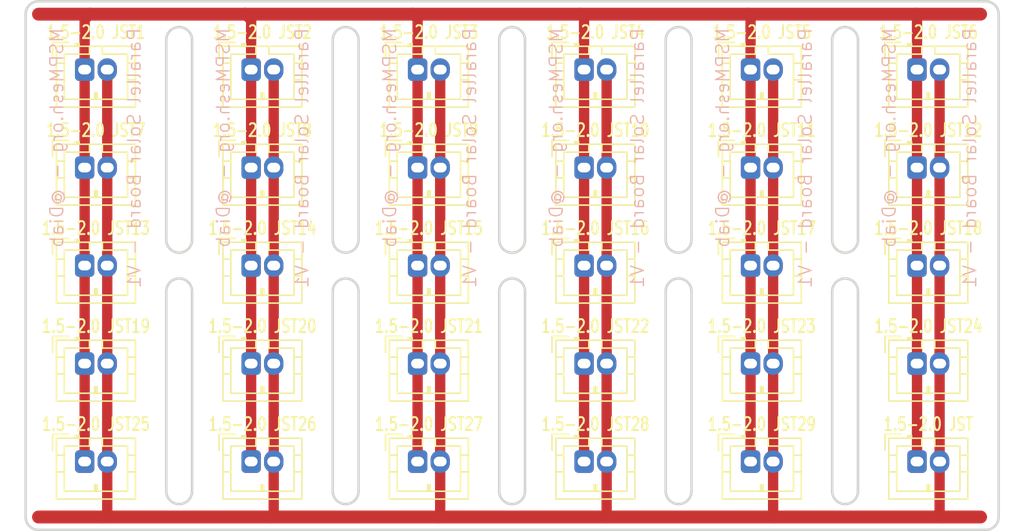
<source format=kicad_pcb>
(kicad_pcb (version 20241229) (generator "pcbnew") (generator_version "9.0")
  (title_block (title "JST Board PCB") (date "2025-08-25") (rev "0"))
  (layers (0 "F.Cu" signal) (2 "B.Cu" signal) (13 "F.Paste" user) (15 "B.Paste" user) (5 "F.SilkS" user "F.Silkscreen") (7 "B.SilkS" user "B.Silkscreen") (1 "F.Mask" user) (3 "B.Mask" user) (25 "Edge.Cuts" user))
  (net 0 "")
  (net 1 "Net-(J1-Pin_1)")
  (net 2 "Net-(J1-Pin_2)")
  (footprint "Custom:JST_Custom_Cursed" (layer "F.Cu") (at 27.8 2)
    (property "Reference" "1.5-2.0 JST3" (at 3.45 0.4 0) (layer "F.SilkS") (effects (font (size 1 0.75))))
    (property "Value" "JST_Custom_Cursed")
    (pad "1" thru_hole roundrect (at 2.575 3.3) (size 1.5 1.75) (drill oval 1 0.75) (layers "*.Cu" "*.Mask") (roundrect_rratio 0.208333) (net 1 "Net-(J1-Pin_1)"))
    (pad "2" thru_hole oval (at 4.325 3.3) (size 1.5 1.75) (drill oval 1 0.75) (layers "*.Cu" "*.Mask"))
  )
  (footprint "Custom:JST_Custom_Cursed" (layer "F.Cu") (at 14.9 2)
    (property "Reference" "1.5-2.0 JST2" (at 3.45 0.4 0) (layer "F.SilkS") (effects (font (size 1 0.75))))
    (property "Value" "JST_Custom_Cursed")
    (pad "1" thru_hole roundrect (at 2.575 3.3) (size 1.5 1.75) (drill oval 1 0.75) (layers "*.Cu" "*.Mask") (roundrect_rratio 0.208333) (net 1 "Net-(J1-Pin_1)"))
    (pad "2" thru_hole oval (at 4.325 3.3) (size 1.5 1.75) (drill oval 1 0.75) (layers "*.Cu" "*.Mask"))
  )
  (footprint "Custom:JST_Custom_Cursed" (layer "F.Cu") (at 40.7 2)
    (property "Reference" "1.5-2.0 JST4" (at 3.45 0.4 0) (layer "F.SilkS") (effects (font (size 1 0.75))))
    (property "Value" "JST_Custom_Cursed")
    (pad "1" thru_hole roundrect (at 2.575 3.3) (size 1.5 1.75) (drill oval 1 0.75) (layers "*.Cu" "*.Mask") (roundrect_rratio 0.208333) (net 1 "Net-(J1-Pin_1)"))
    (pad "2" thru_hole oval (at 4.325 3.3) (size 1.5 1.75) (drill oval 1 0.75) (layers "*.Cu" "*.Mask"))
  )
  (footprint "Custom:JST_Custom_Cursed" (layer "F.Cu") (at 40.7 32.4)
    (property "Reference" "1.5-2.0 JST28" (at 3.45 0.4 0) (layer "F.SilkS") (effects (font (size 1 0.75))))
    (property "Value" "JST_Custom_Cursed")
    (pad "1" thru_hole roundrect (at 2.575 3.3) (size 1.5 1.75) (drill oval 1 0.75) (layers "*.Cu" "*.Mask") (roundrect_rratio 0.208333))
    (pad "2" thru_hole oval (at 4.325 3.3) (size 1.5 1.75) (drill oval 1 0.75) (layers "*.Cu" "*.Mask") (net 2 "Net-(J1-Pin_2)"))
  )
  (footprint "Custom:JST_Custom_Cursed" (layer "F.Cu") (at 27.8 24.8)
    (property "Reference" "1.5-2.0 JST21" (at 3.45 0.4 0) (layer "F.SilkS") (effects (font (size 1 0.75))))
    (property "Value" "JST_Custom_Cursed")
    (pad "1" thru_hole roundrect (at 2.575 3.3) (size 1.5 1.75) (drill oval 1 0.75) (layers "*.Cu" "*.Mask") (roundrect_rratio 0.208333))
    (pad "2" thru_hole oval (at 4.325 3.3) (size 1.5 1.75) (drill oval 1 0.75) (layers "*.Cu" "*.Mask"))
  )
  (footprint "Custom:JST_Custom_Cursed" (layer "F.Cu") (at 27.8 32.4)
    (property "Reference" "1.5-2.0 JST27" (at 3.45 0.4 0) (layer "F.SilkS") (effects (font (size 1 0.75))))
    (property "Value" "JST_Custom_Cursed")
    (pad "1" thru_hole roundrect (at 2.575 3.3) (size 1.5 1.75) (drill oval 1 0.75) (layers "*.Cu" "*.Mask") (roundrect_rratio 0.208333))
    (pad "2" thru_hole oval (at 4.325 3.3) (size 1.5 1.75) (drill oval 1 0.75) (layers "*.Cu" "*.Mask") (net 2 "Net-(J1-Pin_2)"))
  )
  (footprint "Custom:JST_Custom_Cursed" (layer "F.Cu") (at 2 9.6)
    (property "Reference" "1.5-2.0 JST7" (at 3.45 0.4 0) (layer "F.SilkS") (effects (font (size 1 0.75))))
    (property "Value" "JST_Custom_Cursed")
    (pad "1" thru_hole roundrect (at 2.575 3.3) (size 1.5 1.75) (drill oval 1 0.75) (layers "*.Cu" "*.Mask") (roundrect_rratio 0.208333))
    (pad "2" thru_hole oval (at 4.325 3.3) (size 1.5 1.75) (drill oval 1 0.75) (layers "*.Cu" "*.Mask"))
  )
  (footprint "Custom:JST_Custom_Cursed" (layer "F.Cu") (at 53.6 17.2)
    (property "Reference" "1.5-2.0 JST17" (at 3.45 0.4 0) (layer "F.SilkS") (effects (font (size 1 0.75))))
    (property "Value" "JST_Custom_Cursed")
    (pad "1" thru_hole roundrect (at 2.575 3.3) (size 1.5 1.75) (drill oval 1 0.75) (layers "*.Cu" "*.Mask") (roundrect_rratio 0.208333))
    (pad "2" thru_hole oval (at 4.325 3.3) (size 1.5 1.75) (drill oval 1 0.75) (layers "*.Cu" "*.Mask"))
  )
  (footprint "Custom:JST_Custom_Cursed" (layer "F.Cu") (at 53.6 32.4)
    (property "Reference" "1.5-2.0 JST29" (at 3.45 0.4 0) (layer "F.SilkS") (effects (font (size 1 0.75))))
    (property "Value" "JST_Custom_Cursed")
    (pad "1" thru_hole roundrect (at 2.575 3.3) (size 1.5 1.75) (drill oval 1 0.75) (layers "*.Cu" "*.Mask") (roundrect_rratio 0.208333))
    (pad "2" thru_hole oval (at 4.325 3.3) (size 1.5 1.75) (drill oval 1 0.75) (layers "*.Cu" "*.Mask") (net 2 "Net-(J1-Pin_2)"))
  )
  (footprint "Custom:JST_Custom_Cursed" (layer "F.Cu") (at 2 32.4)
    (property "Reference" "1.5-2.0 JST25" (at 3.45 0.4 0) (layer "F.SilkS") (effects (font (size 1 0.75))))
    (property "Value" "JST_Custom_Cursed")
    (pad "1" thru_hole roundrect (at 2.575 3.3) (size 1.5 1.75) (drill oval 1 0.75) (layers "*.Cu" "*.Mask") (roundrect_rratio 0.208333))
    (pad "2" thru_hole oval (at 4.325 3.3) (size 1.5 1.75) (drill oval 1 0.75) (layers "*.Cu" "*.Mask") (net 2 "Net-(J1-Pin_2)"))
  )
  (footprint "Custom:JST_Custom_Cursed" (layer "F.Cu") (at 66.5 2)
    (property "Reference" "1.5-2.0 JST6" (at 3.45 0.4 0) (layer "F.SilkS") (effects (font (size 1 0.75))))
    (property "Value" "JST_Custom_Cursed")
    (pad "1" thru_hole roundrect (at 2.575 3.3) (size 1.5 1.75) (drill oval 1 0.75) (layers "*.Cu" "*.Mask") (roundrect_rratio 0.208333) (net 1 "Net-(J1-Pin_1)"))
    (pad "2" thru_hole oval (at 4.325 3.3) (size 1.5 1.75) (drill oval 1 0.75) (layers "*.Cu" "*.Mask"))
  )
  (footprint "Custom:JST_Custom_Cursed" (layer "F.Cu") (at 40.7 17.2)
    (property "Reference" "1.5-2.0 JST16" (at 3.45 0.4 0) (layer "F.SilkS") (effects (font (size 1 0.75))))
    (property "Value" "JST_Custom_Cursed")
    (pad "1" thru_hole roundrect (at 2.575 3.3) (size 1.5 1.75) (drill oval 1 0.75) (layers "*.Cu" "*.Mask") (roundrect_rratio 0.208333))
    (pad "2" thru_hole oval (at 4.325 3.3) (size 1.5 1.75) (drill oval 1 0.75) (layers "*.Cu" "*.Mask"))
  )
  (footprint "Custom:JST_Custom_Cursed" (layer "F.Cu") (at 40.7 24.8)
    (property "Reference" "1.5-2.0 JST22" (at 3.45 0.4 0) (layer "F.SilkS") (effects (font (size 1 0.75))))
    (property "Value" "JST_Custom_Cursed")
    (pad "1" thru_hole roundrect (at 2.575 3.3) (size 1.5 1.75) (drill oval 1 0.75) (layers "*.Cu" "*.Mask") (roundrect_rratio 0.208333))
    (pad "2" thru_hole oval (at 4.325 3.3) (size 1.5 1.75) (drill oval 1 0.75) (layers "*.Cu" "*.Mask"))
  )
  (footprint "Custom:JST_Custom_Cursed" (layer "F.Cu") (at 14.9 17.2)
    (property "Reference" "1.5-2.0 JST14" (at 3.45 0.4 0) (layer "F.SilkS") (effects (font (size 1 0.75))))
    (property "Value" "JST_Custom_Cursed")
    (pad "1" thru_hole roundrect (at 2.575 3.3) (size 1.5 1.75) (drill oval 1 0.75) (layers "*.Cu" "*.Mask") (roundrect_rratio 0.208333))
    (pad "2" thru_hole oval (at 4.325 3.3) (size 1.5 1.75) (drill oval 1 0.75) (layers "*.Cu" "*.Mask"))
  )
  (footprint "Custom:JST_Custom_Cursed" (layer "F.Cu") (at 53.6 2)
    (property "Reference" "1.5-2.0 JST5" (at 3.45 0.4 0) (layer "F.SilkS") (effects (font (size 1 0.75))))
    (property "Value" "JST_Custom_Cursed")
    (pad "1" thru_hole roundrect (at 2.575 3.3) (size 1.5 1.75) (drill oval 1 0.75) (layers "*.Cu" "*.Mask") (roundrect_rratio 0.208333) (net 1 "Net-(J1-Pin_1)"))
    (pad "2" thru_hole oval (at 4.325 3.3) (size 1.5 1.75) (drill oval 1 0.75) (layers "*.Cu" "*.Mask"))
  )
  (footprint "Custom:JST_Custom_Cursed" (layer "F.Cu") (at 66.5 24.8)
    (property "Reference" "1.5-2.0 JST24" (at 3.45 0.4 0) (layer "F.SilkS") (effects (font (size 1 0.75))))
    (property "Value" "JST_Custom_Cursed")
    (pad "1" thru_hole roundrect (at 2.575 3.3) (size 1.5 1.75) (drill oval 1 0.75) (layers "*.Cu" "*.Mask") (roundrect_rratio 0.208333))
    (pad "2" thru_hole oval (at 4.325 3.3) (size 1.5 1.75) (drill oval 1 0.75) (layers "*.Cu" "*.Mask"))
  )
  (footprint "Custom:JST_Custom_Cursed" (layer "F.Cu") (at 2 2)
    (property "Reference" "1.5-2.0 JST1" (at 3.45 0.4 0) (layer "F.SilkS") (effects (font (size 1 0.75))))
    (property "Value" "JST_Custom_Cursed")
    (pad "1" thru_hole roundrect (at 2.575 3.3) (size 1.5 1.75) (drill oval 1 0.75) (layers "*.Cu" "*.Mask") (roundrect_rratio 0.208333) (net 1 "Net-(J1-Pin_1)"))
    (pad "2" thru_hole oval (at 4.325 3.3) (size 1.5 1.75) (drill oval 1 0.75) (layers "*.Cu" "*.Mask"))
  )
  (footprint "Custom:JST_Custom_Cursed" (layer "F.Cu") (at 40.7 9.6)
    (property "Reference" "1.5-2.0 JST10" (at 3.45 0.4 0) (layer "F.SilkS") (effects (font (size 1 0.75))))
    (property "Value" "JST_Custom_Cursed")
    (pad "1" thru_hole roundrect (at 2.575 3.3) (size 1.5 1.75) (drill oval 1 0.75) (layers "*.Cu" "*.Mask") (roundrect_rratio 0.208333))
    (pad "2" thru_hole oval (at 4.325 3.3) (size 1.5 1.75) (drill oval 1 0.75) (layers "*.Cu" "*.Mask"))
  )
  (footprint "Custom:JST_Custom_Cursed" (layer "F.Cu") (at 14.9 24.8)
    (property "Reference" "1.5-2.0 JST20" (at 3.45 0.4 0) (layer "F.SilkS") (effects (font (size 1 0.75))))
    (property "Value" "JST_Custom_Cursed")
    (pad "1" thru_hole roundrect (at 2.575 3.3) (size 1.5 1.75) (drill oval 1 0.75) (layers "*.Cu" "*.Mask") (roundrect_rratio 0.208333))
    (pad "2" thru_hole oval (at 4.325 3.3) (size 1.5 1.75) (drill oval 1 0.75) (layers "*.Cu" "*.Mask"))
  )
  (footprint "Custom:JST_Custom_Cursed" (layer "F.Cu") (at 53.6 24.8)
    (property "Reference" "1.5-2.0 JST23" (at 3.45 0.4 0) (layer "F.SilkS") (effects (font (size 1 0.75))))
    (property "Value" "JST_Custom_Cursed")
    (pad "1" thru_hole roundrect (at 2.575 3.3) (size 1.5 1.75) (drill oval 1 0.75) (layers "*.Cu" "*.Mask") (roundrect_rratio 0.208333))
    (pad "2" thru_hole oval (at 4.325 3.3) (size 1.5 1.75) (drill oval 1 0.75) (layers "*.Cu" "*.Mask"))
  )
  (footprint "Custom:JST_Custom_Cursed" (layer "F.Cu") (at 66.5 17.2)
    (property "Reference" "1.5-2.0 JST18" (at 3.45 0.4 0) (layer "F.SilkS") (effects (font (size 1 0.75))))
    (property "Value" "JST_Custom_Cursed")
    (pad "1" thru_hole roundrect (at 2.575 3.3) (size 1.5 1.75) (drill oval 1 0.75) (layers "*.Cu" "*.Mask") (roundrect_rratio 0.208333))
    (pad "2" thru_hole oval (at 4.325 3.3) (size 1.5 1.75) (drill oval 1 0.75) (layers "*.Cu" "*.Mask"))
  )
  (footprint "Custom:JST_Custom_Cursed" (layer "F.Cu") (at 2 17.2)
    (property "Reference" "1.5-2.0 JST13" (at 3.45 0.4 0) (layer "F.SilkS") (effects (font (size 1 0.75))))
    (property "Value" "JST_Custom_Cursed")
    (pad "1" thru_hole roundrect (at 2.575 3.3) (size 1.5 1.75) (drill oval 1 0.75) (layers "*.Cu" "*.Mask") (roundrect_rratio 0.208333))
    (pad "2" thru_hole oval (at 4.325 3.3) (size 1.5 1.75) (drill oval 1 0.75) (layers "*.Cu" "*.Mask"))
  )
  (footprint "Custom:JST_Custom_Cursed" (layer "F.Cu") (at 14.9 9.6)
    (property "Reference" "1.5-2.0 JST8" (at 3.45 0.4 0) (layer "F.SilkS") (effects (font (size 1 0.75))))
    (property "Value" "JST_Custom_Cursed")
    (pad "1" thru_hole roundrect (at 2.575 3.3) (size 1.5 1.75) (drill oval 1 0.75) (layers "*.Cu" "*.Mask") (roundrect_rratio 0.208333))
    (pad "2" thru_hole oval (at 4.325 3.3) (size 1.5 1.75) (drill oval 1 0.75) (layers "*.Cu" "*.Mask"))
  )
  (footprint "Custom:JST_Custom_Cursed" (layer "F.Cu") (at 66.5 32.4)
    (property "Reference" "1.5-2.0 JST" (at 3.45 0.4 0) (layer "F.SilkS") (effects (font (size 1 0.75))))
    (property "Value" "JST_Custom_Cursed")
    (pad "1" thru_hole roundrect (at 2.575 3.3) (size 1.5 1.75) (drill oval 1 0.75) (layers "*.Cu" "*.Mask") (roundrect_rratio 0.208333))
    (pad "2" thru_hole oval (at 4.325 3.3) (size 1.5 1.75) (drill oval 1 0.75) (layers "*.Cu" "*.Mask") (net 2 "Net-(J1-Pin_2)"))
  )
  (footprint "Custom:JST_Custom_Cursed" (layer "F.Cu") (at 27.8 9.6)
    (property "Reference" "1.5-2.0 JST9" (at 3.45 0.4 0) (layer "F.SilkS") (effects (font (size 1 0.75))))
    (property "Value" "JST_Custom_Cursed")
    (pad "1" thru_hole roundrect (at 2.575 3.3) (size 1.5 1.75) (drill oval 1 0.75) (layers "*.Cu" "*.Mask") (roundrect_rratio 0.208333))
    (pad "2" thru_hole oval (at 4.325 3.3) (size 1.5 1.75) (drill oval 1 0.75) (layers "*.Cu" "*.Mask"))
  )
  (footprint "Custom:JST_Custom_Cursed" (layer "F.Cu") (at 27.8 17.2)
    (property "Reference" "1.5-2.0 JST15" (at 3.45 0.4 0) (layer "F.SilkS") (effects (font (size 1 0.75))))
    (property "Value" "JST_Custom_Cursed")
    (pad "1" thru_hole roundrect (at 2.575 3.3) (size 1.5 1.75) (drill oval 1 0.75) (layers "*.Cu" "*.Mask") (roundrect_rratio 0.208333))
    (pad "2" thru_hole oval (at 4.325 3.3) (size 1.5 1.75) (drill oval 1 0.75) (layers "*.Cu" "*.Mask"))
  )
  (footprint "Custom:JST_Custom_Cursed" (layer "F.Cu") (at 53.6 9.6)
    (property "Reference" "1.5-2.0 JST11" (at 3.45 0.4 0) (layer "F.SilkS") (effects (font (size 1 0.75))))
    (property "Value" "JST_Custom_Cursed")
    (pad "1" thru_hole roundrect (at 2.575 3.3) (size 1.5 1.75) (drill oval 1 0.75) (layers "*.Cu" "*.Mask") (roundrect_rratio 0.208333))
    (pad "2" thru_hole oval (at 4.325 3.3) (size 1.5 1.75) (drill oval 1 0.75) (layers "*.Cu" "*.Mask"))
  )
  (footprint "Custom:JST_Custom_Cursed" (layer "F.Cu") (at 2 24.8)
    (property "Reference" "1.5-2.0 JST19" (at 3.45 0.4 0) (layer "F.SilkS") (effects (font (size 1 0.75))))
    (property "Value" "JST_Custom_Cursed")
    (pad "1" thru_hole roundrect (at 2.575 3.3) (size 1.5 1.75) (drill oval 1 0.75) (layers "*.Cu" "*.Mask") (roundrect_rratio 0.208333))
    (pad "2" thru_hole oval (at 4.325 3.3) (size 1.5 1.75) (drill oval 1 0.75) (layers "*.Cu" "*.Mask"))
  )
  (footprint "Custom:JST_Custom_Cursed" (layer "F.Cu") (at 66.5 9.6)
    (property "Reference" "1.5-2.0 JST12" (at 3.45 0.4 0) (layer "F.SilkS") (effects (font (size 1 0.75))))
    (property "Value" "JST_Custom_Cursed")
    (pad "1" thru_hole roundrect (at 2.575 3.3) (size 1.5 1.75) (drill oval 1 0.75) (layers "*.Cu" "*.Mask") (roundrect_rratio 0.208333))
    (pad "2" thru_hole oval (at 4.325 3.3) (size 1.5 1.75) (drill oval 1 0.75) (layers "*.Cu" "*.Mask"))
  )
  (footprint "Custom:JST_Custom_Cursed" (layer "F.Cu") (at 14.9 32.4)
    (property "Reference" "1.5-2.0 JST26" (at 3.45 0.4 0) (layer "F.SilkS") (effects (font (size 1 0.75))))
    (property "Value" "JST_Custom_Cursed")
    (pad "1" thru_hole roundrect (at 2.575 3.3) (size 1.5 1.75) (drill oval 1 0.75) (layers "*.Cu" "*.Mask") (roundrect_rratio 0.208333))
    (pad "2" thru_hole oval (at 4.325 3.3) (size 1.5 1.75) (drill oval 1 0.75) (layers "*.Cu" "*.Mask") (net 2 "Net-(J1-Pin_2)"))
  )
  (gr_arc (start 49.6 3.000001) (mid 50.6 2.000001) (end 51.6 3.000001) (stroke (width 0.2)) (layer "Edge.Cuts"))
  (gr_line (start 38.7 38.000001) (end 38.7 22.500001) (stroke (width 0.2)) (layer "Edge.Cuts"))
  (gr_line (start 12.9 38.000001) (end 12.9 22.500001) (stroke (width 0.2)) (layer "Edge.Cuts"))
  (gr_arc (start 25.8 18.500001) (mid 24.8 19.500001) (end 23.8 18.500001) (stroke (width 0.2)) (layer "Edge.Cuts"))
  (gr_arc (start 62.5 22.500001) (mid 63.5 21.500001) (end 64.5 22.500001) (stroke (width 0.2)) (layer "Edge.Cuts"))
  (gr_arc (start 64.5 38.000001) (mid 63.5 39.000001) (end 62.5 38.000001) (stroke (width 0.2)) (layer "Edge.Cuts"))
  (gr_arc (start 12.9 18.500001) (mid 11.9 19.500001) (end 10.9 18.500001) (stroke (width 0.2)) (layer "Edge.Cuts"))
  (gr_line (start 10.9 3.000001) (end 10.9 18.500001) (stroke (width 0.2)) (layer "Edge.Cuts"))
  (gr_line (start 64.5 18.500001) (end 64.5 3.000001) (stroke (width 0.2)) (layer "Edge.Cuts"))
  (gr_line (start 12.9 18.500001) (end 12.9 3.000001) (stroke (width 0.2)) (layer "Edge.Cuts"))
  (gr_line (start 36.7 22.500001) (end 36.7 38.000001) (stroke (width 0.2)) (layer "Edge.Cuts"))
  (gr_line (start 49.6 22.500001) (end 49.6 38.000001) (stroke (width 0.2)) (layer "Edge.Cuts"))
  (gr_arc (start 51.6 18.500001) (mid 50.6 19.500001) (end 49.6 18.500001) (stroke (width 0.2)) (layer "Edge.Cuts"))
  (gr_arc (start 0.999999 41.000001) (mid 0.292893 40.707108) (end 0 40.000003) (stroke (width 0.2)) (layer "Edge.Cuts"))
  (gr_arc (start 64.5 18.500001) (mid 63.5 19.500001) (end 62.5 18.500001) (stroke (width 0.2)) (layer "Edge.Cuts"))
  (gr_line (start 0.999999 41.000001) (end 74.4 41.000001) (stroke (width 0.2)) (layer "Edge.Cuts"))
  (gr_arc (start 49.6 22.500001) (mid 50.6 21.500001) (end 51.6 22.500001) (stroke (width 0.2)) (layer "Edge.Cuts"))
  (gr_line (start 0 1) (end 0 40.000003) (stroke (width 0.2)) (layer "Edge.Cuts"))
  (gr_arc (start 75.4 40.000001) (mid 75.107107 40.707108) (end 74.4 41.000001) (stroke (width 0.2)) (layer "Edge.Cuts"))
  (gr_arc (start 10.9 22.500001) (mid 11.9 21.500001) (end 12.9 22.500001) (stroke (width 0.2)) (layer "Edge.Cuts"))
  (gr_line (start 74.4 0.000001) (end 0.999999 0.000001) (stroke (width 0.2)) (layer "Edge.Cuts"))
  (gr_arc (start 36.7 22.500001) (mid 37.7 21.500001) (end 38.7 22.500001) (stroke (width 0.2)) (layer "Edge.Cuts"))
  (gr_arc (start 10.9 3.000001) (mid 11.9 2.000001) (end 12.9 3.000001) (stroke (width 0.2)) (layer "Edge.Cuts"))
  (gr_arc (start 0 1) (mid 0.292893 0.292894) (end 0.999999 0.000001) (stroke (width 0.2)) (layer "Edge.Cuts"))
  (gr_line (start 64.5 38.000001) (end 64.5 22.500001) (stroke (width 0.2)) (layer "Edge.Cuts"))
  (gr_arc (start 62.5 3.000001) (mid 63.5 2.000001) (end 64.5 3.000001) (stroke (width 0.2)) (layer "Edge.Cuts"))
  (gr_line (start 10.9 22.500001) (end 10.9 38.000001) (stroke (width 0.2)) (layer "Edge.Cuts"))
  (gr_line (start 23.8 22.500001) (end 23.8 38.000001) (stroke (width 0.2)) (layer "Edge.Cuts"))
  (gr_arc (start 38.7 38.000001) (mid 37.7 39.000001) (end 36.7 38.000001) (stroke (width 0.2)) (layer "Edge.Cuts"))
  (gr_line (start 23.8 3.000001) (end 23.8 18.500001) (stroke (width 0.2)) (layer "Edge.Cuts"))
  (gr_arc (start 51.6 38.000001) (mid 50.6 39.000001) (end 49.6 38.000001) (stroke (width 0.2)) (layer "Edge.Cuts"))
  (gr_arc (start 25.8 38.000001) (mid 24.8 39.000001) (end 23.8 38.000001) (stroke (width 0.2)) (layer "Edge.Cuts"))
  (gr_line (start 62.5 22.500001) (end 62.5 38.000001) (stroke (width 0.2)) (layer "Edge.Cuts"))
  (gr_line (start 62.5 3.000001) (end 62.5 18.500001) (stroke (width 0.2)) (layer "Edge.Cuts"))
  (gr_line (start 49.6 3.000001) (end 49.6 18.500001) (stroke (width 0.2)) (layer "Edge.Cuts"))
  (gr_line (start 25.8 18.500001) (end 25.8 3.000001) (stroke (width 0.2)) (layer "Edge.Cuts"))
  (gr_line (start 36.7 3.000001) (end 36.7 18.500001) (stroke (width 0.2)) (layer "Edge.Cuts"))
  (gr_line (start 38.7 18.500001) (end 38.7 3.000001) (stroke (width 0.2)) (layer "Edge.Cuts"))
  (gr_arc (start 74.4 0.000001) (mid 75.107107 0.292894) (end 75.4 1.000001) (stroke (width 0.2)) (layer "Edge.Cuts"))
  (gr_arc (start 12.9 38.000001) (mid 11.9 39.000001) (end 10.9 38.000001) (stroke (width 0.2)) (layer "Edge.Cuts"))
  (gr_arc (start 23.8 22.500001) (mid 24.8 21.500001) (end 25.8 22.500001) (stroke (width 0.2)) (layer "Edge.Cuts"))
  (gr_line (start 51.6 38.000001) (end 51.6 22.500001) (stroke (width 0.2)) (layer "Edge.Cuts"))
  (gr_line (start 75.4 40.000001) (end 75.4 1.000001) (stroke (width 0.2)) (layer "Edge.Cuts"))
  (gr_arc (start 23.8 3.000001) (mid 24.8 2.000001) (end 25.8 3.000001) (stroke (width 0.2)) (layer "Edge.Cuts"))
  (gr_line (start 51.6 18.500001) (end 51.6 3.000001) (stroke (width 0.2)) (layer "Edge.Cuts"))
  (gr_arc (start 38.7 18.500001) (mid 37.7 19.500001) (end 36.7 18.500001) (stroke (width 0.2)) (layer "Edge.Cuts"))
  (gr_line (start 25.8 38.000001) (end 25.8 22.500001) (stroke (width 0.2)) (layer "Edge.Cuts"))
  (gr_arc (start 36.7 3.000001) (mid 37.7 2.000001) (end 38.7 3.000001) (stroke (width 0.2)) (layer "Edge.Cuts"))
  (gr_text "Parallel Solar Board - V1" (at 22 2 90) (layer "B.SilkS") (effects (font (size 1 1) (thickness 0.1)) (justify left bottom mirror)))
  (gr_text "MSPMesh.org - @Diab" (at 28.8 2 90) (layer "B.SilkS") (effects (font (size 1 1) (thickness 0.1)) (justify left bottom mirror)))
  (gr_text "Parallel Solar Board - V1" (at 73.75 2 90) (layer "B.SilkS") (effects (font (size 1 1) (thickness 0.1)) (justify left bottom mirror)))
  (gr_text "Parallel Solar Board - V1" (at 48 2 90) (layer "B.SilkS") (effects (font (size 1 1) (thickness 0.1)) (justify left bottom mirror)))
  (gr_text "Parallel Solar Board - V1" (at 9 2 90) (layer "B.SilkS") (effects (font (size 1 1) (thickness 0.1)) (justify left bottom mirror)))
  (gr_text "MSPMesh.org - @Diab" (at 54.6 2 90) (layer "B.SilkS") (effects (font (size 1 1) (thickness 0.1)) (justify left bottom mirror)))
  (gr_text "MSPMesh.org - @Diab" (at 15.9 2 90) (layer "B.SilkS") (effects (font (size 1 1) (thickness 0.1)) (justify left bottom mirror)))
  (gr_text "MSPMesh.org - @Diab" (at 3 2 90) (layer "B.SilkS") (effects (font (size 1 1) (thickness 0.1)) (justify left bottom mirror)))
  (gr_text "Parallel Solar Board - V1" (at 35 2 90) (layer "B.SilkS") (effects (font (size 1 1) (thickness 0.1)) (justify left bottom mirror)))
  (gr_text "MSPMesh.org - @Diab" (at 41.7 2 90) (layer "B.SilkS") (effects (font (size 1 1) (thickness 0.1)) (justify left bottom mirror)))
  (gr_text "Parallel Solar Board - V1" (at 61 2 90) (layer "B.SilkS") (effects (font (size 1 1) (thickness 0.1)) (justify left bottom mirror)))
  (gr_text "MSPMesh.org - @Diab" (at 67.5 2 90) (layer "B.SilkS") (effects (font (size 1 1) (thickness 0.1)) (justify left bottom mirror)))
  (segment (start 30 1) (end 43 1) (width 1) (layer "F.Cu") (net 1))
  (segment (start 56.175 5.3) (end 56.175 1.175) (width 0.8) (layer "F.Cu") (net 1))
  (segment (start 17.475 35.7) (end 17.475 28.1) (width 0.8) (layer "F.Cu") (net 1))
  (segment (start 56.175 20.5) (end 56.175 28.1) (width 0.8) (layer "F.Cu") (net 1))
  (segment (start 43 1) (end 56 1) (width 1) (layer "F.Cu") (net 1))
  (segment (start 69.075 12.9) (end 69.075 5.3) (width 0.8) (layer "F.Cu") (net 1))
  (segment (start 43.275 12.9) (end 43.275 5.3) (width 0.8) (layer "F.Cu") (net 1))
  (segment (start 30.375 1.375) (end 30 1) (width 0.8) (layer "F.Cu") (net 1))
  (segment (start 17.475 28.1) (end 17.475 20.5) (width 0.8) (layer "F.Cu") (net 1))
  (segment (start 43.275 5.3) (end 43.275 1.275) (width 0.8) (layer "F.Cu") (net 1))
  (segment (start 56.175 1.175) (end 56 1) (width 0.8) (layer "F.Cu") (net 1))
  (segment (start 17 1) (end 30 1) (width 1) (layer "F.Cu") (net 1))
  (segment (start 56.175 28.1) (end 56.175 35.7) (width 0.8) (layer "F.Cu") (net 1))
  (segment (start 69.075 20.5) (end 69.075 28.1) (width 0.8) (layer "F.Cu") (net 1))
  (segment (start 69.075 35.7) (end 69.075 28.1) (width 0.8) (layer "F.Cu") (net 1))
  (segment (start 4.575 5.3) (end 4.575 1.425) (width 0.8) (layer "F.Cu") (net 1))
  (segment (start 17.475 5.3) (end 17.475 1.475) (width 0.8) (layer "F.Cu") (net 1))
  (segment (start 4.575 5.3) (end 4.575 12.9) (width 0.8) (layer "F.Cu") (net 1))
  (segment (start 17.475 20.5) (end 17.475 12.9) (width 0.8) (layer "F.Cu") (net 1))
  (segment (start 30.375 20.5) (end 30.375 12.9) (width 0.8) (layer "F.Cu") (net 1))
  (segment (start 30.375 5.3) (end 30.375 1.375) (width 0.8) (layer "F.Cu") (net 1))
  (segment (start 43.275 20.5) (end 43.275 12.9) (width 0.8) (layer "F.Cu") (net 1))
  (segment (start 56.175 12.9) (end 56.175 20.5) (width 0.8) (layer "F.Cu") (net 1))
  (segment (start 17.475 1.475) (end 17 1) (width 0.8) (layer "F.Cu") (net 1))
  (segment (start 5 1) (end 17 1) (width 1) (layer "F.Cu") (net 1))
  (segment (start 56 1) (end 69 1) (width 1) (layer "F.Cu") (net 1))
  (segment (start 69.075 12.9) (end 69.075 20.5) (width 0.8) (layer "F.Cu") (net 1))
  (segment (start 69 1) (end 74 1) (width 1) (layer "F.Cu") (net 1))
  (segment (start 1 1) (end 5 1) (width 1) (layer "F.Cu") (net 1))
  (segment (start 30.375 12.9) (end 30.375 5.3) (width 0.8) (layer "F.Cu") (net 1))
  (segment (start 56.175 5.3) (end 56.175 12.9) (width 0.8) (layer "F.Cu") (net 1))
  (segment (start 69.075 1.075) (end 69 1) (width 0.8) (layer "F.Cu") (net 1))
  (segment (start 4.575 12.9) (end 4.575 20.5) (width 0.8) (layer "F.Cu") (net 1))
  (segment (start 69.075 5.3) (end 69.075 1.075) (width 0.8) (layer "F.Cu") (net 1))
  (segment (start 43.275 35.7) (end 43.275 28.1) (width 0.8) (layer "F.Cu") (net 1))
  (segment (start 17.475 5.3) (end 17.475 12.9) (width 0.8) (layer "F.Cu") (net 1))
  (segment (start 43.275 28.1) (end 43.275 20.5) (width 0.8) (layer "F.Cu") (net 1))
  (segment (start 43.275 1.275) (end 43 1) (width 0.8) (layer "F.Cu") (net 1))
  (segment (start 4.575 28.1) (end 4.575 35.7) (width 0.8) (layer "F.Cu") (net 1))
  (segment (start 30.375 28.1) (end 30.375 20.5) (width 0.8) (layer "F.Cu") (net 1))
  (segment (start 4.575 20.5) (end 4.575 28.1) (width 0.8) (layer "F.Cu") (net 1))
  (segment (start 4.575 1.425) (end 5 1) (width 0.8) (layer "F.Cu") (net 1))
  (segment (start 30.375 35.7) (end 30.375 28.1) (width 0.8) (layer "F.Cu") (net 1))
  (segment (start 45.025 35.7) (end 45.025 39.975) (width 0.8) (layer "F.Cu") (net 2))
  (segment (start 6 40) (end 19 40) (width 1) (layer "F.Cu") (net 2))
  (segment (start 57.925 12.9) (end 57.925 5.3) (width 0.8) (layer "F.Cu") (net 2))
  (segment (start 32.125 35.7) (end 32.125 39.875) (width 0.8) (layer "F.Cu") (net 2))
  (segment (start 57.925 20.5) (end 57.925 12.9) (width 0.8) (layer "F.Cu") (net 2))
  (segment (start 70.825 20.5) (end 70.825 12.9) (width 0.8) (layer "F.Cu") (net 2))
  (segment (start 45.025 12.9) (end 45.025 5.3) (width 0.8) (layer "F.Cu") (net 2))
  (segment (start 45.025 39.975) (end 45 40) (width 0.8) (layer "F.Cu") (net 2))
  (segment (start 57.925 39.925) (end 58 40) (width 0.8) (layer "F.Cu") (net 2))
  (segment (start 19.225 35.7) (end 19.225 28.1) (width 0.8) (layer "F.Cu") (net 2))
  (segment (start 45.025 20.5) (end 45.025 12.9) (width 0.8) (layer "F.Cu") (net 2))
  (segment (start 57.925 35.7) (end 57.925 39.925) (width 0.8) (layer "F.Cu") (net 2))
  (segment (start 32.125 20.5) (end 32.125 12.9) (width 0.8) (layer "F.Cu") (net 2))
  (segment (start 6.325 20.5) (end 6.325 28.1) (width 0.8) (layer "F.Cu") (net 2))
  (segment (start 6.325 39.675) (end 6 40) (width 0.8) (layer "F.Cu") (net 2))
  (segment (start 70.825 39.825) (end 71 40) (width 0.8) (layer "F.Cu") (net 2))
  (segment (start 70.825 5.3) (end 70.825 12.9) (width 0.8) (layer "F.Cu") (net 2))
  (segment (start 45.025 35.7) (end 45.025 28.1) (width 0.8) (layer "F.Cu") (net 2))
  (segment (start 1 40) (end 6 40) (width 1) (layer "F.Cu") (net 2))
  (segment (start 19.225 39.775) (end 19 40) (width 0.8) (layer "F.Cu") (net 2))
  (segment (start 70.825 35.7) (end 70.825 28.1) (width 0.8) (layer "F.Cu") (net 2))
  (segment (start 19.225 5.3) (end 19.225 12.9) (width 0.8) (layer "F.Cu") (net 2))
  (segment (start 32.125 28.1) (end 32.125 20.5) (width 0.8) (layer "F.Cu") (net 2))
  (segment (start 6.325 12.9) (end 6.325 20.5) (width 0.8) (layer "F.Cu") (net 2))
  (segment (start 32.125 39.875) (end 32 40) (width 0.8) (layer "F.Cu") (net 2))
  (segment (start 58 40) (end 71 40) (width 1) (layer "F.Cu") (net 2))
  (segment (start 57.925 28.1) (end 57.925 20.5) (width 0.8) (layer "F.Cu") (net 2))
  (segment (start 32.125 12.9) (end 32.125 5.3) (width 0.8) (layer "F.Cu") (net 2))
  (segment (start 6.325 35.7) (end 6.325 39.675) (width 0.8) (layer "F.Cu") (net 2))
  (segment (start 45.025 28.1) (end 45.025 20.5) (width 0.8) (layer "F.Cu") (net 2))
  (segment (start 45 40) (end 58 40) (width 1) (layer "F.Cu") (net 2))
  (segment (start 32.125 35.7) (end 32.125 28.1) (width 0.8) (layer "F.Cu") (net 2))
  (segment (start 32 40) (end 45 40) (width 1) (layer "F.Cu") (net 2))
  (segment (start 19.225 35.7) (end 19.225 39.775) (width 0.8) (layer "F.Cu") (net 2))
  (segment (start 19 40) (end 32 40) (width 1) (layer "F.Cu") (net 2))
  (segment (start 70.825 20.5) (end 70.825 28.1) (width 0.8) (layer "F.Cu") (net 2))
  (segment (start 57.925 35.7) (end 57.925 28.1) (width 0.8) (layer "F.Cu") (net 2))
  (segment (start 19.225 28.1) (end 19.225 20.5) (width 0.8) (layer "F.Cu") (net 2))
  (segment (start 70.825 35.7) (end 70.825 39.825) (width 0.8) (layer "F.Cu") (net 2))
  (segment (start 71 40) (end 74 40) (width 1) (layer "F.Cu") (net 2))
  (segment (start 6.325 5.3) (end 6.325 12.9) (width 0.8) (layer "F.Cu") (net 2))
  (segment (start 19.225 12.9) (end 19.225 20.5) (width 0.8) (layer "F.Cu") (net 2))
  (segment (start 6.325 28.1) (end 6.325 35.7) (width 0.8) (layer "F.Cu") (net 2))
)
</source>
